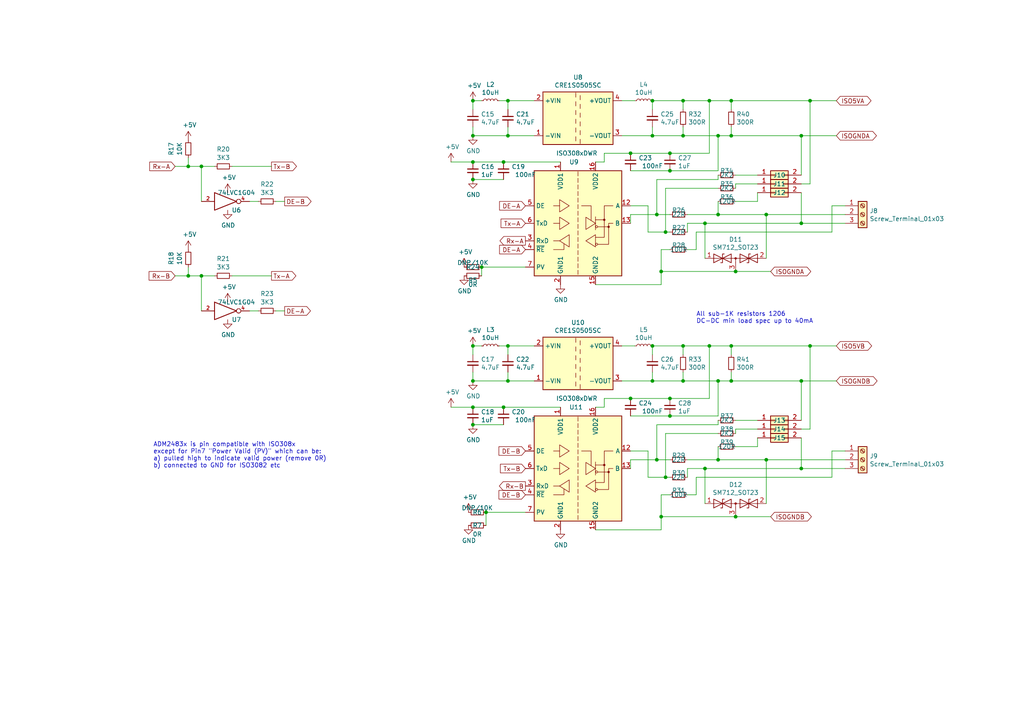
<source format=kicad_sch>
(kicad_sch (version 20211123) (generator eeschema)
  (paper "A4")
  (lib_symbols
    (symbol "74xGxx:74LVC1G04" (pin_names (offset 1.016))
      (property "Reference" "U" (at -2.54 3.81 0))
      (property "Value" "74LVC1G04" (at 0 -3.81 0))
      (symbol "74LVC1G04_0_1"
        (polyline (pts (xy -3.81 2.54) (xy -3.81 -2.54) (xy 2.54 0) (xy -3.81 2.54)) (stroke (width 0.254)))
      )
      (symbol "74LVC1G04_1_1"
        (pin input line (at -7.62 0 0) (length 3.81) (name "~") (number "2"))
        (pin power_in line (at 0 -2.54 270) (length 0) hide (name "GND") (number "3"))
        (pin output inverted (at 6.35 0 180) (length 3.81) (name "~") (number "4"))
        (pin power_in line (at 0 2.54 90) (length 0) hide (name "VCC") (number "5"))
      )
    )
    (symbol "Connector:Screw_Terminal_01x03" (pin_names (offset 1.016) hide)
      (property "Reference" "J" (at 0 5.08 0))
      (property "Value" "Screw_Terminal_01x03" (at 0 -5.08 0))
      (symbol "Screw_Terminal_01x03_1_1"
        (rectangle (start -1.27 3.81) (end 1.27 -3.81) (stroke (width 0.254)) (fill (type background)))
        (circle (center 0 -2.54) (radius 0.635) (stroke (width 0.1524)))
        (polyline (pts (xy -0.5334 -2.2098) (xy 0.3302 -3.048)) (stroke (width 0.1524)))
        (polyline (pts (xy -0.5334 0.3302) (xy 0.3302 -0.508)) (stroke (width 0.1524)))
        (polyline (pts (xy -0.5334 2.8702) (xy 0.3302 2.032)) (stroke (width 0.1524)))
        (polyline (pts (xy -0.3556 -2.032) (xy 0.508 -2.8702)) (stroke (width 0.1524)))
        (polyline (pts (xy -0.3556 0.508) (xy 0.508 -0.3302)) (stroke (width 0.1524)))
        (polyline (pts (xy -0.3556 3.048) (xy 0.508 2.2098)) (stroke (width 0.1524)))
        (circle (center 0 0) (radius 0.635) (stroke (width 0.1524)))
        (circle (center 0 2.54) (radius 0.635) (stroke (width 0.1524)))
        (pin passive line (at -5.08 2.54 0) (length 3.81) (name "Pin_1") (number "1"))
        (pin passive line (at -5.08 0 0) (length 3.81) (name "Pin_2") (number "2"))
        (pin passive line (at -5.08 -2.54 0) (length 3.81) (name "Pin_3") (number "3"))
      )
    )
    (symbol "Connector_Generic:Conn_02x01" (pin_names (offset 1.016) hide)
      (property "Reference" "J" (at 1.27 2.54 0))
      (property "Value" "Conn_02x01" (at 1.27 -2.54 0))
      (symbol "Conn_02x01_1_1"
        (rectangle (start -1.27 0.127) (end 0 -0.127) (stroke (width 0.1524)))
        (rectangle (start -1.27 1.27) (end 3.81 -1.27) (stroke (width 0.254)) (fill (type background)))
        (rectangle (start 3.81 0.127) (end 2.54 -0.127) (stroke (width 0.1524)))
        (pin passive line (at -5.08 0 0) (length 3.81) (name "Pin_1") (number "1"))
        (pin passive line (at 7.62 0 180) (length 3.81) (name "Pin_2") (number "2"))
      )
    )
    (symbol "Device:C_Small" (pin_numbers hide) (pin_names (offset 0.254) hide)
      (property "Reference" "C" (at 0.254 1.778 0))
      (property "Value" "C_Small" (at 0.254 -2.032 0))
      (symbol "C_Small_0_1"
        (polyline (pts (xy -1.524 -0.508) (xy 1.524 -0.508)) (stroke (width 0.3302)))
        (polyline (pts (xy -1.524 0.508) (xy 1.524 0.508)) (stroke (width 0.3048)))
      )
      (symbol "C_Small_1_1"
        (pin passive line (at 0 2.54 270) (length 2.032) (name "~") (number "1"))
        (pin passive line (at 0 -2.54 90) (length 2.032) (name "~") (number "2"))
      )
    )
    (symbol "Device:L_Small" (pin_numbers hide) (pin_names (offset 0.254) hide)
      (property "Reference" "L" (at 0.762 1.016 0))
      (property "Value" "L_Small" (at 0.762 -1.016 0))
      (symbol "L_Small_0_1"
        (arc (start 0 -2.032) (mid 0.508 -1.524) (end 0 -1.016))
        (arc (start 0 -1.016) (mid 0.508 -0.508) (end 0 0))
        (arc (start 0 0) (mid 0.508 0.508) (end 0 1.016))
        (arc (start 0 1.016) (mid 0.508 1.524) (end 0 2.032))
      )
      (symbol "L_Small_1_1"
        (pin passive line (at 0 2.54 270) (length 0.508) (name "~") (number "1"))
        (pin passive line (at 0 -2.54 90) (length 0.508) (name "~") (number "2"))
      )
    )
    (symbol "Device:R_Small" (pin_numbers hide) (pin_names (offset 0.254) hide)
      (property "Reference" "R" (at 0.762 0.508 0))
      (property "Value" "R_Small" (at 0.762 -1.016 0))
      (symbol "R_Small_0_1"
        (rectangle (start -0.762 1.778) (end 0.762 -1.778) (stroke (width 0.2032)))
      )
      (symbol "R_Small_1_1"
        (pin passive line (at 0 2.54 270) (length 0.762) (name "~") (number "1"))
        (pin passive line (at 0 -2.54 90) (length 0.762) (name "~") (number "2"))
      )
    )
    (symbol "Diode:SM712_SOT23" (pin_names (offset 1.016) hide)
      (property "Reference" "D" (at 0 4.445 0))
      (property "Value" "SM712_SOT23" (at 0 2.54 0))
      (symbol "SM712_SOT23_0_0"
        (polyline (pts (xy 0 -1.27) (xy 0 0)))
      )
      (symbol "SM712_SOT23_0_1"
        (polyline (pts (xy -6.35 0) (xy 6.35 0)))
        (polyline (pts (xy -3.302 1.27) (xy -3.81 1.27) (xy -3.81 -1.27) (xy -4.318 -1.27)) (stroke (width 0.2032)))
        (polyline (pts (xy 4.318 1.27) (xy 3.81 1.27) (xy 3.81 -1.27) (xy 3.302 -1.27)) (stroke (width 0.2032)))
        (polyline (pts (xy -6.35 -1.27) (xy -1.27 1.27) (xy -1.27 -1.27) (xy -6.35 1.27) (xy -6.35 -1.27)) (stroke (width 0.2032)))
        (polyline (pts (xy 1.27 -1.27) (xy 1.27 1.27) (xy 6.35 -1.27) (xy 6.35 1.27) (xy 1.27 -1.27)) (stroke (width 0.2032)))
        (circle (center 0 0) (radius 0.254) (fill (type outline)))
      )
      (symbol "SM712_SOT23_1_1"
        (pin passive line (at -8.89 0 0) (length 2.54) (name "A1") (number "1"))
        (pin passive line (at 8.89 0 180) (length 2.54) (name "A2") (number "2"))
        (pin input line (at 0 -3.81 90) (length 2.54) (name "common") (number "3"))
      )
    )
    (symbol "Interface_UART:ADM2483xRW"
      (property "Reference" "U" (at -12.7 16.51 0))
      (property "Value" "ADM2483xRW" (at 6.35 16.51 0))
      (symbol "ADM2483xRW_0_0"
        (polyline (pts (xy 0 -13.589) (xy 0 -14.859)))
        (polyline (pts (xy 0 -11.684) (xy 0 -12.954)))
        (polyline (pts (xy 0 -9.779) (xy 0 -11.049)))
        (polyline (pts (xy 0 -7.874) (xy 0 -9.144)))
        (polyline (pts (xy 0 -5.969) (xy 0 -7.239)))
        (polyline (pts (xy 0 -4.064) (xy 0 -5.334)))
        (polyline (pts (xy 0 -2.159) (xy 0 -3.429)))
        (polyline (pts (xy 0 -0.254) (xy 0 -1.524)))
        (polyline (pts (xy 0 1.651) (xy 0 0.381)))
        (polyline (pts (xy 0 3.556) (xy 0 2.286)))
        (polyline (pts (xy 0 5.461) (xy 0 4.191)))
        (polyline (pts (xy 0 7.366) (xy 0 6.096)))
        (polyline (pts (xy 0 9.271) (xy 0 8.001)))
        (polyline (pts (xy 0 11.176) (xy 0 9.906)))
        (polyline (pts (xy 0 13.081) (xy 0 11.811)))
        (polyline (pts (xy 0 14.986) (xy 0 13.716)))
      )
      (symbol "ADM2483xRW_0_1"
        (rectangle (start -12.7 15.24) (end 12.7 -15.24) (stroke (width 0.254)) (fill (type background)))
        (polyline (pts (xy -5.334 -5.08) (xy -7.112 -5.08)))
        (polyline (pts (xy -5.334 0) (xy -7.112 0)))
        (polyline (pts (xy -5.334 5.08) (xy -7.112 5.08)))
        (polyline (pts (xy 5.08 1.016) (xy 7.62 1.016)))
        (polyline (pts (xy 5.08 1.905) (xy 5.08 -1.905)))
        (polyline (pts (xy 5.715 -1.016) (xy 8.89 -1.016)))
        (polyline (pts (xy -7.112 -7.62) (xy -4.064 -7.62) (xy -4.064 -5.969)))
        (polyline (pts (xy 1.016 5.08) (xy 3.81 5.08) (xy 3.81 0.889)))
        (polyline (pts (xy -5.334 -5.08) (xy -2.54 -3.302) (xy -2.54 -6.858) (xy -5.334 -5.08)))
        (polyline (pts (xy -2.54 0) (xy -5.334 1.778) (xy -5.334 -1.778) (xy -2.54 0)))
        (polyline (pts (xy -2.54 5.08) (xy -5.334 6.858) (xy -5.334 3.302) (xy -2.54 5.08)))
        (polyline (pts (xy 2.286 -5.08) (xy 5.08 -3.302) (xy 5.08 -6.858) (xy 2.286 -5.08)))
        (polyline (pts (xy 5.08 -4.064) (xy 7.62 -4.064) (xy 7.62 5.08) (xy 10.16 5.08)))
        (polyline (pts (xy 5.08 0) (xy 2.286 1.778) (xy 2.286 -1.778) (xy 5.08 0)))
        (polyline (pts (xy 5.715 -6.096) (xy 8.89 -6.096) (xy 8.89 0) (xy 10.16 0)))
        (circle (center 5.3848 -6.0706) (radius 0.3048))
        (circle (center 5.3848 -0.9906) (radius 0.3048))
        (circle (center 7.62 1.016) (radius 0.254) (fill (type outline)))
        (circle (center 8.89 -1.016) (radius 0.254) (fill (type outline)))
      )
      (symbol "ADM2483xRW_1_1"
        (pin power_in line (at -5.08 17.78 270) (length 2.54) (name "VDD1") (number "1"))
        (pin no_connect line (at 7.62 -15.24 90) (length 2.54) hide (name "NC") (number "10"))
        (pin no_connect line (at 12.7 -7.62 180) (length 2.54) hide (name "NC") (number "11"))
        (pin bidirectional line (at 15.24 5.08 180) (length 2.54) (name "A") (number "12"))
        (pin bidirectional line (at 15.24 0 180) (length 2.54) (name "B") (number "13"))
        (pin no_connect line (at 12.7 7.62 180) (length 2.54) hide (name "NC") (number "14"))
        (pin power_in line (at 5.08 -17.78 90) (length 2.54) (name "GND2") (number "15"))
        (pin power_in line (at 5.08 17.78 270) (length 2.54) (name "VDD2") (number "16"))
        (pin power_in line (at -5.08 -17.78 90) (length 2.54) (name "GND1") (number "2"))
        (pin output line (at -15.24 -5.08 0) (length 2.54) (name "RxD") (number "3"))
        (pin input line (at -15.24 -7.62 0) (length 2.54) (name "~{RE}") (number "4"))
        (pin input line (at -15.24 5.08 0) (length 2.54) (name "DE") (number "5"))
        (pin input line (at -15.24 0 0) (length 2.54) (name "TxD") (number "6"))
        (pin input line (at -15.24 -12.7 0) (length 2.54) (name "PV") (number "7"))
        (pin passive line (at -5.08 -17.78 90) (length 2.54) hide (name "GND1") (number "8"))
        (pin passive line (at 5.08 -17.78 90) (length 2.54) hide (name "GND2") (number "9"))
      )
    )
    (symbol "Regulator_Switching:CRE1S0505SC"
      (property "Reference" "U" (at -8.89 8.89 0))
      (property "Value" "CRE1S0505SC" (at 2.54 8.89 0))
      (symbol "CRE1S0505SC_0_1"
        (rectangle (start -10.16 7.62) (end 10.16 -7.62) (stroke (width 0.254)) (fill (type background)))
        (polyline (pts (xy -0.635 -5.334) (xy -0.635 -6.604)))
        (polyline (pts (xy -0.635 -2.794) (xy -0.635 -4.064)))
        (polyline (pts (xy -0.635 -0.254) (xy -0.635 -1.524)))
        (polyline (pts (xy -0.635 2.286) (xy -0.635 1.016)))
        (polyline (pts (xy -0.635 4.826) (xy -0.635 3.556)))
        (polyline (pts (xy -0.635 7.366) (xy -0.635 6.096)))
        (polyline (pts (xy 0.635 -7.366) (xy 0.635 -6.096)))
        (polyline (pts (xy 0.635 -4.826) (xy 0.635 -3.556)))
        (polyline (pts (xy 0.635 -2.286) (xy 0.635 -1.016)))
        (polyline (pts (xy 0.635 0.254) (xy 0.635 1.524)))
        (polyline (pts (xy 0.635 2.794) (xy 0.635 4.064)))
        (polyline (pts (xy 0.635 5.334) (xy 0.635 6.604)))
      )
      (symbol "CRE1S0505SC_1_1"
        (pin power_in line (at -12.7 -5.08 0) (length 2.54) (name "-VIN") (number "1"))
        (pin power_in line (at -12.7 5.08 0) (length 2.54) (name "+VIN") (number "2"))
        (pin power_out line (at 12.7 -5.08 180) (length 2.54) (name "-VOUT") (number "3"))
        (pin power_out line (at 12.7 5.08 180) (length 2.54) (name "+VOUT") (number "4"))
      )
    )
    (symbol "power:+5V" (power) (pin_names (offset 0))
      (property "Value" "+5V" (at 0 3.556 0))
      (symbol "+5V_0_1"
        (polyline (pts (xy -0.762 1.27) (xy 0 2.54)))
        (polyline (pts (xy 0 0) (xy 0 2.54)))
        (polyline (pts (xy 0 2.54) (xy 0.762 1.27)))
      )
      (symbol "+5V_1_1"
        (pin power_in line (at 0 0 90) (length 0) hide (name "+5V") (number "1"))
      )
    )
    (symbol "power:GND" (power) (pin_names (offset 0))
      (property "Value" "GND" (at 0 -3.81 0))
      (symbol "GND_0_1"
        (polyline (pts (xy 0 0) (xy 0 -1.27) (xy 1.27 -1.27) (xy 0 -2.54) (xy -1.27 -1.27) (xy 0 -1.27)))
      )
      (symbol "GND_1_1"
        (pin power_in line (at 0 0 270) (length 0) hide (name "GND") (number "1"))
      )
    )
  )
  (junction (at 190.5 133.35))
  (junction (at 232.41 64.77))
  (junction (at 147.32 29.21))
  (junction (at 208.28 62.23))
  (junction (at 194.31 44.45))
  (junction (at 189.23 39.37))
  (junction (at 137.16 110.49))
  (junction (at 190.5 62.23))
  (junction (at 194.31 120.65))
  (junction (at 139.7 77.47))
  (junction (at 54.61 48.26))
  (junction (at 198.12 39.37))
  (junction (at 58.42 48.26))
  (junction (at 212.09 110.49))
  (junction (at 58.42 80.01))
  (junction (at 213.36 78.74))
  (junction (at 198.12 110.49))
  (junction (at 182.88 44.45))
  (junction (at 212.09 100.33))
  (junction (at 137.16 100.33))
  (junction (at 137.16 39.37))
  (junction (at 232.41 110.49))
  (junction (at 193.04 67.31))
  (junction (at 182.88 115.57))
  (junction (at 232.41 39.37))
  (junction (at 213.36 149.86))
  (junction (at 54.61 80.01))
  (junction (at 232.41 135.89))
  (junction (at 208.28 110.49))
  (junction (at 137.16 118.11))
  (junction (at 194.31 49.53))
  (junction (at 212.09 29.21))
  (junction (at 208.28 39.37))
  (junction (at 189.23 29.21))
  (junction (at 204.47 64.77))
  (junction (at 140.97 148.59))
  (junction (at 146.05 46.99))
  (junction (at 222.25 133.35))
  (junction (at 193.04 138.43))
  (junction (at 189.23 110.49))
  (junction (at 137.16 46.99))
  (junction (at 147.32 110.49))
  (junction (at 191.77 149.86))
  (junction (at 198.12 100.33))
  (junction (at 208.28 133.35))
  (junction (at 205.74 100.33))
  (junction (at 147.32 100.33))
  (junction (at 146.05 118.11))
  (junction (at 198.12 29.21))
  (junction (at 212.09 39.37))
  (junction (at 205.74 29.21))
  (junction (at 189.23 100.33))
  (junction (at 137.16 123.19))
  (junction (at 191.77 78.74))
  (junction (at 222.25 62.23))
  (junction (at 194.31 115.57))
  (junction (at 234.95 100.33))
  (junction (at 147.32 39.37))
  (junction (at 204.47 135.89))
  (junction (at 137.16 52.07))
  (junction (at 137.16 29.21))
  (junction (at 234.95 29.21))
  (wire (pts (xy 80.01 58.42) (xy 82.55 58.42)))
  (wire (pts (xy 241.3 138.43) (xy 241.3 130.81)))
  (wire (pts (xy 189.23 107.95) (xy 189.23 110.49)))
  (wire (pts (xy 201.93 72.39) (xy 201.93 67.31)))
  (wire (pts (xy 219.71 129.54) (xy 219.71 127)))
  (wire (pts (xy 191.77 143.51) (xy 191.77 149.86)))
  (wire (pts (xy 232.41 50.8) (xy 232.41 39.37)))
  (wire (pts (xy 212.09 31.75) (xy 212.09 29.21)))
  (wire (pts (xy 187.96 130.81) (xy 187.96 138.43)))
  (wire (pts (xy 190.5 52.07) (xy 190.5 62.23)))
  (wire (pts (xy 189.23 102.87) (xy 189.23 100.33)))
  (wire (pts (xy 234.95 29.21) (xy 242.57 29.21)))
  (wire (pts (xy 222.25 146.05) (xy 222.25 133.35)))
  (wire (pts (xy 182.88 44.45) (xy 194.31 44.45)))
  (wire (pts (xy 190.5 62.23) (xy 194.31 62.23)))
  (wire (pts (xy 140.97 148.59) (xy 152.4 148.59)))
  (wire (pts (xy 193.04 67.31) (xy 194.31 67.31)))
  (wire (pts (xy 67.31 80.01) (xy 78.74 80.01)))
  (wire (pts (xy 201.93 138.43) (xy 241.3 138.43)))
  (wire (pts (xy 208.28 125.73) (xy 193.04 125.73)))
  (wire (pts (xy 199.39 62.23) (xy 208.28 62.23)))
  (wire (pts (xy 212.09 100.33) (xy 234.95 100.33)))
  (wire (pts (xy 50.8 48.26) (xy 54.61 48.26)))
  (wire (pts (xy 193.04 138.43) (xy 194.31 138.43)))
  (wire (pts (xy 204.47 135.89) (xy 232.41 135.89)))
  (wire (pts (xy 213.36 58.42) (xy 219.71 58.42)))
  (wire (pts (xy 208.28 52.07) (xy 190.5 52.07)))
  (wire (pts (xy 137.16 52.07) (xy 146.05 52.07)))
  (wire (pts (xy 58.42 48.26) (xy 62.23 48.26)))
  (wire (pts (xy 234.95 29.21) (xy 234.95 53.34)))
  (wire (pts (xy 232.41 64.77) (xy 245.11 64.77)))
  (wire (pts (xy 154.94 110.49) (xy 147.32 110.49)))
  (wire (pts (xy 212.09 29.21) (xy 234.95 29.21)))
  (wire (pts (xy 147.32 36.83) (xy 147.32 39.37)))
  (wire (pts (xy 232.41 121.92) (xy 232.41 110.49)))
  (wire (pts (xy 146.05 46.99) (xy 162.56 46.99)))
  (wire (pts (xy 199.39 67.31) (xy 199.39 64.77)))
  (wire (pts (xy 172.72 82.55) (xy 191.77 82.55)))
  (wire (pts (xy 201.93 67.31) (xy 241.3 67.31)))
  (wire (pts (xy 137.16 100.33) (xy 139.7 100.33)))
  (wire (pts (xy 137.16 102.87) (xy 137.16 100.33)))
  (wire (pts (xy 208.28 49.53) (xy 208.28 39.37)))
  (wire (pts (xy 205.74 100.33) (xy 212.09 100.33)))
  (wire (pts (xy 154.94 100.33) (xy 147.32 100.33)))
  (wire (pts (xy 212.09 110.49) (xy 232.41 110.49)))
  (wire (pts (xy 198.12 31.75) (xy 198.12 29.21)))
  (wire (pts (xy 182.88 62.23) (xy 182.88 64.77)))
  (wire (pts (xy 234.95 124.46) (xy 234.95 100.33)))
  (wire (pts (xy 213.36 124.46) (xy 219.71 124.46)))
  (wire (pts (xy 213.36 121.92) (xy 219.71 121.92)))
  (wire (pts (xy 208.28 54.61) (xy 193.04 54.61)))
  (wire (pts (xy 189.23 36.83) (xy 189.23 39.37)))
  (wire (pts (xy 241.3 67.31) (xy 241.3 59.69)))
  (wire (pts (xy 191.77 72.39) (xy 191.77 78.74)))
  (wire (pts (xy 172.72 153.67) (xy 191.77 153.67)))
  (wire (pts (xy 137.16 31.75) (xy 137.16 29.21)))
  (wire (pts (xy 180.34 29.21) (xy 184.15 29.21)))
  (wire (pts (xy 72.39 90.17) (xy 74.93 90.17)))
  (wire (pts (xy 232.41 55.88) (xy 232.41 64.77)))
  (wire (pts (xy 182.88 133.35) (xy 182.88 135.89)))
  (wire (pts (xy 182.88 62.23) (xy 190.5 62.23)))
  (wire (pts (xy 208.28 58.42) (xy 208.28 62.23)))
  (wire (pts (xy 189.23 100.33) (xy 198.12 100.33)))
  (wire (pts (xy 67.31 48.26) (xy 78.74 48.26)))
  (wire (pts (xy 189.23 110.49) (xy 198.12 110.49)))
  (wire (pts (xy 54.61 80.01) (xy 58.42 80.01)))
  (wire (pts (xy 232.41 53.34) (xy 234.95 53.34)))
  (wire (pts (xy 147.32 100.33) (xy 144.78 100.33)))
  (wire (pts (xy 208.28 133.35) (xy 222.25 133.35)))
  (wire (pts (xy 232.41 127) (xy 232.41 135.89)))
  (wire (pts (xy 80.01 90.17) (xy 82.55 90.17)))
  (wire (pts (xy 191.77 149.86) (xy 191.77 153.67)))
  (wire (pts (xy 198.12 29.21) (xy 205.74 29.21)))
  (wire (pts (xy 187.96 67.31) (xy 193.04 67.31)))
  (wire (pts (xy 140.97 148.59) (xy 140.97 152.4)))
  (wire (pts (xy 190.5 133.35) (xy 194.31 133.35)))
  (wire (pts (xy 180.34 110.49) (xy 189.23 110.49)))
  (wire (pts (xy 137.16 46.99) (xy 130.81 46.99)))
  (wire (pts (xy 198.12 107.95) (xy 198.12 110.49)))
  (wire (pts (xy 146.05 118.11) (xy 162.56 118.11)))
  (wire (pts (xy 137.16 118.11) (xy 146.05 118.11)))
  (wire (pts (xy 175.26 118.11) (xy 175.26 115.57)))
  (wire (pts (xy 172.72 118.11) (xy 175.26 118.11)))
  (wire (pts (xy 223.52 149.86) (xy 213.36 149.86)))
  (wire (pts (xy 147.32 107.95) (xy 147.32 110.49)))
  (wire (pts (xy 154.94 29.21) (xy 147.32 29.21)))
  (wire (pts (xy 199.39 64.77) (xy 204.47 64.77)))
  (wire (pts (xy 189.23 29.21) (xy 198.12 29.21)))
  (wire (pts (xy 189.23 39.37) (xy 198.12 39.37)))
  (wire (pts (xy 137.16 46.99) (xy 146.05 46.99)))
  (wire (pts (xy 204.47 146.05) (xy 204.47 135.89)))
  (wire (pts (xy 191.77 149.86) (xy 213.36 149.86)))
  (wire (pts (xy 137.16 110.49) (xy 137.16 107.95)))
  (wire (pts (xy 213.36 54.61) (xy 213.36 53.34)))
  (wire (pts (xy 137.16 123.19) (xy 146.05 123.19)))
  (wire (pts (xy 147.32 31.75) (xy 147.32 29.21)))
  (wire (pts (xy 147.32 102.87) (xy 147.32 100.33)))
  (wire (pts (xy 205.74 115.57) (xy 205.74 100.33)))
  (wire (pts (xy 175.26 44.45) (xy 182.88 44.45)))
  (wire (pts (xy 175.26 46.99) (xy 175.26 44.45)))
  (wire (pts (xy 190.5 123.19) (xy 190.5 133.35)))
  (wire (pts (xy 199.39 143.51) (xy 201.93 143.51)))
  (wire (pts (xy 137.16 118.11) (xy 130.81 118.11)))
  (wire (pts (xy 193.04 125.73) (xy 193.04 138.43)))
  (wire (pts (xy 234.95 100.33) (xy 242.57 100.33)))
  (wire (pts (xy 208.28 39.37) (xy 212.09 39.37)))
  (wire (pts (xy 54.61 48.26) (xy 58.42 48.26)))
  (wire (pts (xy 201.93 143.51) (xy 201.93 138.43)))
  (wire (pts (xy 205.74 44.45) (xy 205.74 29.21)))
  (wire (pts (xy 147.32 110.49) (xy 137.16 110.49)))
  (wire (pts (xy 180.34 39.37) (xy 189.23 39.37)))
  (wire (pts (xy 199.39 135.89) (xy 204.47 135.89)))
  (wire (pts (xy 191.77 78.74) (xy 213.36 78.74)))
  (wire (pts (xy 198.12 110.49) (xy 208.28 110.49)))
  (wire (pts (xy 182.88 115.57) (xy 194.31 115.57)))
  (wire (pts (xy 232.41 110.49) (xy 242.57 110.49)))
  (wire (pts (xy 182.88 120.65) (xy 194.31 120.65)))
  (wire (pts (xy 232.41 124.46) (xy 234.95 124.46)))
  (wire (pts (xy 175.26 115.57) (xy 182.88 115.57)))
  (wire (pts (xy 187.96 138.43) (xy 193.04 138.43)))
  (wire (pts (xy 54.61 45.72) (xy 54.61 48.26)))
  (wire (pts (xy 194.31 120.65) (xy 208.28 120.65)))
  (wire (pts (xy 223.52 78.74) (xy 213.36 78.74)))
  (wire (pts (xy 241.3 59.69) (xy 245.11 59.69)))
  (wire (pts (xy 180.34 100.33) (xy 184.15 100.33)))
  (wire (pts (xy 208.28 129.54) (xy 208.28 133.35)))
  (wire (pts (xy 198.12 36.83) (xy 198.12 39.37)))
  (wire (pts (xy 198.12 100.33) (xy 205.74 100.33)))
  (wire (pts (xy 241.3 130.81) (xy 245.11 130.81)))
  (wire (pts (xy 232.41 39.37) (xy 242.57 39.37)))
  (wire (pts (xy 208.28 50.8) (xy 208.28 52.07)))
  (wire (pts (xy 222.25 74.93) (xy 222.25 62.23)))
  (wire (pts (xy 154.94 39.37) (xy 147.32 39.37)))
  (wire (pts (xy 191.77 78.74) (xy 191.77 82.55)))
  (wire (pts (xy 187.96 59.69) (xy 187.96 67.31)))
  (wire (pts (xy 232.41 135.89) (xy 245.11 135.89)))
  (wire (pts (xy 213.36 125.73) (xy 213.36 124.46)))
  (wire (pts (xy 208.28 123.19) (xy 190.5 123.19)))
  (wire (pts (xy 182.88 130.81) (xy 187.96 130.81)))
  (wire (pts (xy 212.09 107.95) (xy 212.09 110.49)))
  (wire (pts (xy 137.16 29.21) (xy 139.7 29.21)))
  (wire (pts (xy 199.39 133.35) (xy 208.28 133.35)))
  (wire (pts (xy 208.28 121.92) (xy 208.28 123.19)))
  (wire (pts (xy 194.31 44.45) (xy 205.74 44.45)))
  (wire (pts (xy 204.47 64.77) (xy 232.41 64.77)))
  (wire (pts (xy 199.39 72.39) (xy 201.93 72.39)))
  (wire (pts (xy 147.32 39.37) (xy 137.16 39.37)))
  (wire (pts (xy 194.31 143.51) (xy 191.77 143.51)))
  (wire (pts (xy 198.12 39.37) (xy 208.28 39.37)))
  (wire (pts (xy 194.31 49.53) (xy 208.28 49.53)))
  (wire (pts (xy 213.36 129.54) (xy 219.71 129.54)))
  (wire (pts (xy 182.88 49.53) (xy 194.31 49.53)))
  (wire (pts (xy 212.09 102.87) (xy 212.09 100.33)))
  (wire (pts (xy 182.88 133.35) (xy 190.5 133.35)))
  (wire (pts (xy 58.42 58.42) (xy 58.42 48.26)))
  (wire (pts (xy 194.31 72.39) (xy 191.77 72.39)))
  (wire (pts (xy 219.71 58.42) (xy 219.71 55.88)))
  (wire (pts (xy 204.47 74.93) (xy 204.47 64.77)))
  (wire (pts (xy 213.36 50.8) (xy 219.71 50.8)))
  (wire (pts (xy 208.28 120.65) (xy 208.28 110.49)))
  (wire (pts (xy 208.28 62.23) (xy 222.25 62.23)))
  (wire (pts (xy 213.36 53.34) (xy 219.71 53.34)))
  (wire (pts (xy 72.39 58.42) (xy 74.93 58.42)))
  (wire (pts (xy 189.23 31.75) (xy 189.23 29.21)))
  (wire (pts (xy 205.74 29.21) (xy 212.09 29.21)))
  (wire (pts (xy 212.09 39.37) (xy 232.41 39.37)))
  (wire (pts (xy 147.32 29.21) (xy 144.78 29.21)))
  (wire (pts (xy 182.88 59.69) (xy 187.96 59.69)))
  (wire (pts (xy 58.42 90.17) (xy 58.42 80.01)))
  (wire (pts (xy 54.61 77.47) (xy 54.61 80.01)))
  (wire (pts (xy 137.16 39.37) (xy 137.16 36.83)))
  (wire (pts (xy 50.8 80.01) (xy 54.61 80.01)))
  (wire (pts (xy 222.25 133.35) (xy 245.11 133.35)))
  (wire (pts (xy 139.7 77.47) (xy 152.4 77.47)))
  (wire (pts (xy 193.04 54.61) (xy 193.04 67.31)))
  (wire (pts (xy 172.72 46.99) (xy 175.26 46.99)))
  (wire (pts (xy 208.28 110.49) (xy 212.09 110.49)))
  (wire (pts (xy 58.42 80.01) (xy 62.23 80.01)))
  (wire (pts (xy 212.09 36.83) (xy 212.09 39.37)))
  (wire (pts (xy 199.39 138.43) (xy 199.39 135.89)))
  (wire (pts (xy 194.31 115.57) (xy 205.74 115.57)))
  (wire (pts (xy 198.12 102.87) (xy 198.12 100.33)))
  (wire (pts (xy 222.25 62.23) (xy 245.11 62.23)))
  (wire (pts (xy 139.7 77.47) (xy 139.7 80.01)))
  (text "ADM2483x is pin compatible with ISO308x \nexcept for Pin7 \"Power Valid (PV)\" which can be:\na) pulled high to indicate valid power (remove 0R)\nb) connected to GND for ISO3082 etc" (at 44.45 135.89 0) (effects (font (size 1.27 1.27)) (justify left bottom)))
  (text "All sub-1K resistors 1206\nDC-DC min load spec up to 40mA\n" (at 201.93 93.98 0) (effects (font (size 1.27 1.27)) (justify left bottom)))
  (global_label "Rx-A" (shape output) (at 152.4 69.85 180) (property "Intersheet References" "${INTERSHEET_REFS}" (effects hide)))
  (global_label "ISOGNDA" (shape bidirectional) (at 242.57 39.37 0) (property "Intersheet References" "${INTERSHEET_REFS}" (effects hide)))
  (global_label "DE-A" (shape input) (at 152.4 72.39 180) (property "Intersheet References" "${INTERSHEET_REFS}" (effects hide)))
  (global_label "ISOGNDB" (shape bidirectional) (at 242.57 110.49 0) (property "Intersheet References" "${INTERSHEET_REFS}" (effects hide)))
  (global_label "ISO5VB" (shape bidirectional) (at 242.57 100.33 0) (property "Intersheet References" "${INTERSHEET_REFS}" (effects hide)))
  (global_label "Tx-A" (shape output) (at 78.74 80.01 0) (property "Intersheet References" "${INTERSHEET_REFS}" (effects hide)))
  (global_label "ISO5VA" (shape bidirectional) (at 242.57 29.21 0) (property "Intersheet References" "${INTERSHEET_REFS}" (effects hide)))
  (global_label "DE-B" (shape input) (at 152.4 143.51 180) (property "Intersheet References" "${INTERSHEET_REFS}" (effects hide)))
  (global_label "Rx-A" (shape input) (at 50.8 48.26 180) (property "Intersheet References" "${INTERSHEET_REFS}" (effects hide)))
  (global_label "Tx-A" (shape input) (at 152.4 64.77 180) (property "Intersheet References" "${INTERSHEET_REFS}" (effects hide)))
  (global_label "Tx-B" (shape output) (at 78.74 48.26 0) (property "Intersheet References" "${INTERSHEET_REFS}" (effects hide)))
  (global_label "DE-A" (shape input) (at 152.4 59.69 180) (property "Intersheet References" "${INTERSHEET_REFS}" (effects hide)))
  (global_label "Rx-B" (shape output) (at 152.4 140.97 180) (property "Intersheet References" "${INTERSHEET_REFS}" (effects hide)))
  (global_label "DE-A" (shape output) (at 82.55 90.17 0) (property "Intersheet References" "${INTERSHEET_REFS}" (effects hide)))
  (global_label "Tx-B" (shape input) (at 152.4 135.89 180) (property "Intersheet References" "${INTERSHEET_REFS}" (effects hide)))
  (global_label "DE-B" (shape input) (at 152.4 130.81 180) (property "Intersheet References" "${INTERSHEET_REFS}" (effects hide)))
  (global_label "DE-B" (shape output) (at 82.55 58.42 0) (property "Intersheet References" "${INTERSHEET_REFS}" (effects hide)))
  (global_label "ISOGNDA" (shape bidirectional) (at 223.52 78.74 0) (property "Intersheet References" "${INTERSHEET_REFS}" (effects hide)))
  (global_label "Rx-B" (shape input) (at 50.8 80.01 180) (property "Intersheet References" "${INTERSHEET_REFS}" (effects hide)))
  (global_label "ISOGNDB" (shape bidirectional) (at 223.52 149.86 0) (property "Intersheet References" "${INTERSHEET_REFS}" (effects hide)))
  (symbol (lib_id "Diode:SM712_SOT23") (at 213.36 146.05 0) (unit 1)
    (property "Reference" "D12" (at 213.36 140.5636 0))
    (property "Value" "SM712_SOT23" (at 213.36 142.875 0))
    (property "Footprint" "Package_TO_SOT_SMD:SOT-23" (effects hide))
    (property "Datasheet" "https://www.littelfuse.com/~/media/electronics/datasheets/tvs_diode_arrays/littelfuse_tvs_diode_array_sm712_datasheet.pdf.pdf" (effects hide))
    (property "JLC" "C32677" (effects hide))
    (property "JLCRot" "180" (effects hide))
    (property "LCSC" "C32677" (effects hide))
  )
  (symbol (lib_id "Regulator_Switching:CRE1S0505SC") (at 167.64 105.41 0) (unit 1)
    (property "Reference" "U10" (at 167.64 93.5482 0))
    (property "Value" "CRE1S0505SC" (at 167.64 95.8596 0))
    (property "Footprint" "Converter_DCDC:Converter_DCDC_muRata_CRE1xxxxxxSC_THT" (effects hide))
    (property "Datasheet" "http://power.murata.com/datasheet?/data/power/ncl/kdc_cre1.pdf" (effects hide))
  )
  (symbol (lib_id "Device:C_Small") (at 137.16 105.41 0) (unit 1)
    (property "Reference" "C17" (at 139.4968 104.2416 0) (effects (justify left)))
    (property "Value" "4.7uF" (at 139.4968 106.553 0) (effects (justify left)))
    (property "Footprint" "Capacitor_SMD:C_1206_3216Metric" (effects hide))
    (property "JLC" "C29823" (effects hide))
    (property "LCSC" "C29823" (effects hide))
  )
  (symbol (lib_id "Device:L_Small") (at 142.24 100.33 90) (unit 1)
    (property "Reference" "L3" (at 142.24 95.631 90))
    (property "Value" "10uH" (at 142.24 97.9424 90))
    (property "Footprint" "Inductor_SMD:L_0805_2012Metric" (effects hide))
    (property "JLC" "C1046" (effects hide))
    (property "LCSC" "C1046" (effects hide))
  )
  (symbol (lib_id "Device:C_Small") (at 147.32 105.41 0) (unit 1)
    (property "Reference" "C22" (at 149.6568 104.2416 0) (effects (justify left)))
    (property "Value" "4.7uF" (at 149.6568 106.553 0) (effects (justify left)))
    (property "Footprint" "Capacitor_SMD:C_1206_3216Metric" (effects hide))
    (property "JLC" "C29823" (effects hide))
    (property "LCSC" "C29823" (effects hide))
  )
  (symbol (lib_id "Device:C_Small") (at 189.23 105.41 0) (unit 1)
    (property "Reference" "C26" (at 191.5668 104.2416 0) (effects (justify left)))
    (property "Value" "4.7uF" (at 191.5668 106.553 0) (effects (justify left)))
    (property "Footprint" "Capacitor_SMD:C_1206_3216Metric" (effects hide))
    (property "JLC" "C29823" (effects hide))
    (property "LCSC" "C29823" (effects hide))
  )
  (symbol (lib_id "Device:L_Small") (at 186.69 100.33 90) (unit 1)
    (property "Reference" "L5" (at 186.69 95.631 90))
    (property "Value" "10uH" (at 186.69 97.9424 90))
    (property "Footprint" "Inductor_SMD:L_0805_2012Metric" (effects hide))
    (property "JLC" "C1046" (effects hide))
    (property "LCSC" "C1046" (effects hide))
  )
  (symbol (lib_id "Device:C_Small") (at 194.31 118.11 0) (unit 1)
    (property "Reference" "C28" (at 196.6468 116.9416 0) (effects (justify left)))
    (property "Value" "1uF" (at 196.6468 119.253 0) (effects (justify left)))
    (property "Footprint" "Capacitor_SMD:C_0603_1608Metric" (effects hide))
    (property "JLC" "C15849" (effects hide))
    (property "LCSC" "C15849" (effects hide))
  )
  (symbol (lib_id "Device:C_Small") (at 182.88 118.11 0) (unit 1)
    (property "Reference" "C24" (at 185.2168 116.9416 0) (effects (justify left)))
    (property "Value" " 100nF" (at 185.2168 119.253 0) (effects (justify left)))
    (property "Footprint" "Capacitor_SMD:C_0603_1608Metric" (effects hide))
    (property "JLC" "C14663" (effects hide))
    (property "LCSC" "C14663" (effects hide))
  )
  (symbol (lib_id "Device:C_Small") (at 137.16 120.65 0) (unit 1)
    (property "Reference" "C18" (at 139.4968 119.4816 0) (effects (justify left)))
    (property "Value" "1uF" (at 139.4968 121.793 0) (effects (justify left)))
    (property "Footprint" "Capacitor_SMD:C_0603_1608Metric" (effects hide))
    (property "JLC" "C15849" (effects hide))
    (property "LCSC" "C15849" (effects hide))
  )
  (symbol (lib_id "Device:C_Small") (at 146.05 120.65 0) (unit 1)
    (property "Reference" "C20" (at 148.3868 119.4816 0) (effects (justify left)))
    (property "Value" " 100nF" (at 148.3868 121.793 0) (effects (justify left)))
    (property "Footprint" "Capacitor_SMD:C_0603_1608Metric" (effects hide))
    (property "JLC" "C14663" (effects hide))
    (property "LCSC" "C14663" (effects hide))
  )
  (symbol (lib_id "Device:R_Small") (at 196.85 133.35 270) (unit 1)
    (property "Reference" "R29" (at 196.85 132.08 90))
    (property "Value" "22R" (at 196.85 133.35 90))
    (property "Footprint" "Resistor_SMD:R_1206_3216Metric" (effects hide))
    (property "JLC" "C17958" (effects hide))
    (property "LCSC" "C17958" (effects hide))
  )
  (symbol (lib_id "Device:R_Small") (at 196.85 138.43 270) (unit 1)
    (property "Reference" "R30" (at 196.85 137.16 90))
    (property "Value" "22R" (at 196.85 138.43 90))
    (property "Footprint" "Resistor_SMD:R_1206_3216Metric" (effects hide))
    (property "JLC" "C17958" (effects hide))
    (property "LCSC" "C17958" (effects hide))
  )
  (symbol (lib_id "Device:R_Small") (at 196.85 143.51 270) (unit 1)
    (property "Reference" "R31" (at 196.85 142.24 90))
    (property "Value" "100R" (at 196.85 143.51 90))
    (property "Footprint" "Resistor_SMD:R_1206_3216Metric" (effects hide))
    (property "JLC" "C17901" (effects hide))
    (property "LCSC" "C17901" (effects hide))
  )
  (symbol (lib_id "Device:R_Small") (at 210.82 129.54 270) (unit 1)
    (property "Reference" "R39" (at 210.82 128.27 90))
    (property "Value" "120R" (at 210.82 129.54 90))
    (property "Footprint" "Resistor_SMD:R_1206_3216Metric" (effects hide))
    (property "JLC" "C17909" (effects hide))
    (property "LCSC" "C17909" (effects hide))
  )
  (symbol (lib_id "Device:R_Small") (at 210.82 125.73 270) (unit 1)
    (property "Reference" "R38" (at 210.82 124.46 90))
    (property "Value" "2K2" (at 210.82 125.73 90))
    (property "Footprint" "Resistor_SMD:R_0805_2012Metric" (effects hide))
    (property "JLC" "C17520" (effects hide))
    (property "LCSC" "C17520" (effects hide))
  )
  (symbol (lib_id "Device:R_Small") (at 210.82 121.92 270) (unit 1)
    (property "Reference" "R37" (at 210.82 120.65 90))
    (property "Value" "2K2" (at 210.82 121.92 90))
    (property "Footprint" "Resistor_SMD:R_0805_2012Metric" (effects hide))
    (property "JLC" "C17520" (effects hide))
    (property "LCSC" "C17520" (effects hide))
  )
  (symbol (lib_id "Connector:Screw_Terminal_01x03") (at 250.19 133.35 0) (unit 1)
    (property "Reference" "J9" (at 252.222 132.2832 0) (effects (justify left)))
    (property "Value" "Screw_Terminal_01x03" (at 252.222 134.5946 0) (effects (justify left)))
    (property "Footprint" "TerminalBlock:TerminalBlock_bornier-3_P5.08mm" (effects hide))
  )
  (symbol (lib_id "power:GND") (at 162.56 153.67 0) (unit 1)
    (property "Reference" "#PWR0136" (effects hide))
    (property "Value" "GND" (at 162.687 158.0642 0))
  )
  (symbol (lib_id "power:GND") (at 137.16 123.19 0) (unit 1)
    (property "Reference" "#PWR0137" (effects hide))
    (property "Value" "GND" (at 137.287 127.5842 0))
  )
  (symbol (lib_id "power:GND") (at 137.16 110.49 0) (unit 1)
    (property "Reference" "#PWR0138" (effects hide))
    (property "Value" "GND" (at 137.287 114.8842 0))
  )
  (symbol (lib_id "power:+5V") (at 137.16 100.33 0) (unit 1)
    (property "Reference" "#PWR0139" (effects hide))
    (property "Value" "+5V" (at 137.541 95.9358 0))
  )
  (symbol (lib_id "Diode:SM712_SOT23") (at 213.36 74.93 0) (unit 1)
    (property "Reference" "D11" (at 213.36 69.4436 0))
    (property "Value" "SM712_SOT23" (at 213.36 71.755 0))
    (property "Footprint" "Package_TO_SOT_SMD:SOT-23" (effects hide))
    (property "Datasheet" "https://www.littelfuse.com/~/media/electronics/datasheets/tvs_diode_arrays/littelfuse_tvs_diode_array_sm712_datasheet.pdf.pdf" (effects hide))
    (property "JLC" "C32677" (effects hide))
    (property "JLCRot" "180" (effects hide))
    (property "LCSC" "C32677" (effects hide))
  )
  (symbol (lib_id "Regulator_Switching:CRE1S0505SC") (at 167.64 34.29 0) (unit 1)
    (property "Reference" "U8" (at 167.64 22.4282 0))
    (property "Value" "CRE1S0505SC" (at 167.64 24.7396 0))
    (property "Footprint" "Converter_DCDC:Converter_DCDC_muRata_CRE1xxxxxxSC_THT" (effects hide))
    (property "Datasheet" "http://power.murata.com/datasheet?/data/power/ncl/kdc_cre1.pdf" (effects hide))
  )
  (symbol (lib_id "Device:C_Small") (at 137.16 34.29 0) (unit 1)
    (property "Reference" "C15" (at 139.4968 33.1216 0) (effects (justify left)))
    (property "Value" "4.7uF" (at 139.4968 35.433 0) (effects (justify left)))
    (property "Footprint" "Capacitor_SMD:C_1206_3216Metric" (effects hide))
    (property "JLC" "C29823" (effects hide))
    (property "LCSC" "C29823" (effects hide))
  )
  (symbol (lib_id "Device:L_Small") (at 142.24 29.21 90) (unit 1)
    (property "Reference" "L2" (at 142.24 24.511 90))
    (property "Value" "10uH" (at 142.24 26.8224 90))
    (property "Footprint" "Inductor_SMD:L_0805_2012Metric" (effects hide))
    (property "JLC" "C1046" (effects hide))
    (property "LCSC" "C1046" (effects hide))
  )
  (symbol (lib_id "Device:C_Small") (at 147.32 34.29 0) (unit 1)
    (property "Reference" "C21" (at 149.6568 33.1216 0) (effects (justify left)))
    (property "Value" "4.7uF" (at 149.6568 35.433 0) (effects (justify left)))
    (property "Footprint" "Capacitor_SMD:C_1206_3216Metric" (effects hide))
    (property "JLC" "C29823" (effects hide))
    (property "LCSC" "C29823" (effects hide))
  )
  (symbol (lib_id "Device:C_Small") (at 189.23 34.29 0) (unit 1)
    (property "Reference" "C25" (at 191.5668 33.1216 0) (effects (justify left)))
    (property "Value" "4.7uF" (at 191.5668 35.433 0) (effects (justify left)))
    (property "Footprint" "Capacitor_SMD:C_1206_3216Metric" (effects hide))
    (property "JLC" "C29823" (effects hide))
    (property "LCSC" "C29823" (effects hide))
  )
  (symbol (lib_id "Device:L_Small") (at 186.69 29.21 90) (unit 1)
    (property "Reference" "L4" (at 186.69 24.511 90))
    (property "Value" "10uH" (at 186.69 26.8224 90))
    (property "Footprint" "Inductor_SMD:L_0805_2012Metric" (effects hide))
    (property "JLC" "C1046" (effects hide))
    (property "LCSC" "C1046" (effects hide))
  )
  (symbol (lib_id "Device:C_Small") (at 194.31 46.99 0) (unit 1)
    (property "Reference" "C27" (at 196.6468 45.8216 0) (effects (justify left)))
    (property "Value" "1uF" (at 196.6468 48.133 0) (effects (justify left)))
    (property "Footprint" "Capacitor_SMD:C_0603_1608Metric" (effects hide))
    (property "JLC" "C15849" (effects hide))
    (property "LCSC" "C15849" (effects hide))
  )
  (symbol (lib_id "Device:C_Small") (at 182.88 46.99 0) (unit 1)
    (property "Reference" "C23" (at 185.2168 45.8216 0) (effects (justify left)))
    (property "Value" " 100nF" (at 185.2168 48.133 0) (effects (justify left)))
    (property "Footprint" "Capacitor_SMD:C_0603_1608Metric" (effects hide))
    (property "JLC" "C14663" (effects hide))
    (property "LCSC" "C14663" (effects hide))
  )
  (symbol (lib_id "Device:C_Small") (at 137.16 49.53 0) (unit 1)
    (property "Reference" "C16" (at 139.4968 48.3616 0) (effects (justify left)))
    (property "Value" "1uF" (at 139.4968 50.673 0) (effects (justify left)))
    (property "Footprint" "Capacitor_SMD:C_0603_1608Metric" (effects hide))
    (property "JLC" "C15849" (effects hide))
    (property "LCSC" "C15849" (effects hide))
  )
  (symbol (lib_id "Device:C_Small") (at 146.05 49.53 0) (unit 1)
    (property "Reference" "C19" (at 148.3868 48.3616 0) (effects (justify left)))
    (property "Value" " 100nF" (at 148.3868 50.673 0) (effects (justify left)))
    (property "Footprint" "Capacitor_SMD:C_0603_1608Metric" (effects hide))
    (property "JLC" "C14663" (effects hide))
    (property "LCSC" "C14663" (effects hide))
  )
  (symbol (lib_id "Device:R_Small") (at 196.85 62.23 270) (unit 1)
    (property "Reference" "R26" (at 196.85 60.96 90))
    (property "Value" "22R" (at 196.85 62.23 90))
    (property "Footprint" "Resistor_SMD:R_1206_3216Metric" (effects hide))
    (property "JLC" "C17958" (effects hide))
    (property "LCSC" "C17958" (effects hide))
  )
  (symbol (lib_id "Device:R_Small") (at 196.85 67.31 270) (unit 1)
    (property "Reference" "R27" (at 196.85 66.04 90))
    (property "Value" "22R" (at 196.85 67.31 90))
    (property "Footprint" "Resistor_SMD:R_1206_3216Metric" (effects hide))
    (property "JLC" "C17958" (effects hide))
    (property "LCSC" "C17958" (effects hide))
  )
  (symbol (lib_id "Device:R_Small") (at 196.85 72.39 270) (unit 1)
    (property "Reference" "R28" (at 196.85 71.12 90))
    (property "Value" "100R" (at 196.85 72.39 90))
    (property "Footprint" "Resistor_SMD:R_1206_3216Metric" (effects hide))
    (property "JLC" "C17901" (effects hide))
    (property "LCSC" "C17901" (effects hide))
  )
  (symbol (lib_id "Device:R_Small") (at 210.82 58.42 270) (unit 1)
    (property "Reference" "R36" (at 210.82 57.15 90))
    (property "Value" "120R" (at 210.82 58.42 90))
    (property "Footprint" "Resistor_SMD:R_1206_3216Metric" (effects hide))
    (property "JLC" "C17909" (effects hide))
    (property "LCSC" "C17909" (effects hide))
  )
  (symbol (lib_id "Device:R_Small") (at 210.82 54.61 270) (unit 1)
    (property "Reference" "R35" (at 210.82 53.34 90))
    (property "Value" "2K2" (at 210.82 54.61 90))
    (property "Footprint" "Resistor_SMD:R_0805_2012Metric" (effects hide))
    (property "JLC" "C17520" (effects hide))
    (property "LCSC" "C17520" (effects hide))
  )
  (symbol (lib_id "Device:R_Small") (at 210.82 50.8 270) (unit 1)
    (property "Reference" "R34" (at 210.82 49.53 90))
    (property "Value" "2K2" (at 210.82 50.8 90))
    (property "Footprint" "Resistor_SMD:R_0805_2012Metric" (effects hide))
    (property "JLC" "C17520" (effects hide))
    (property "LCSC" "C17520" (effects hide))
  )
  (symbol (lib_id "Connector:Screw_Terminal_01x03") (at 250.19 62.23 0) (unit 1)
    (property "Reference" "J8" (at 252.222 61.1632 0) (effects (justify left)))
    (property "Value" "Screw_Terminal_01x03" (at 252.222 63.4746 0) (effects (justify left)))
    (property "Footprint" "TerminalBlock:TerminalBlock_bornier-3_P5.08mm" (effects hide))
  )
  (symbol (lib_id "power:GND") (at 162.56 82.55 0) (unit 1)
    (property "Reference" "#PWR0141" (effects hide))
    (property "Value" "GND" (at 162.687 86.9442 0))
  )
  (symbol (lib_id "power:GND") (at 137.16 52.07 0) (unit 1)
    (property "Reference" "#PWR0142" (effects hide))
    (property "Value" "GND" (at 137.287 56.4642 0))
  )
  (symbol (lib_id "power:GND") (at 137.16 39.37 0) (unit 1)
    (property "Reference" "#PWR0143" (effects hide))
    (property "Value" "GND" (at 137.287 43.7642 0))
  )
  (symbol (lib_id "power:+5V") (at 137.16 29.21 0) (unit 1)
    (property "Reference" "#PWR0144" (effects hide))
    (property "Value" "+5V" (at 137.541 24.8158 0))
  )
  (symbol (lib_id "Device:R_Small") (at 64.77 48.26 270) (unit 1)
    (property "Reference" "R20" (at 64.77 43.2816 90))
    (property "Value" "3K3" (at 64.77 45.72 90))
    (property "Footprint" "Resistor_SMD:R_0805_2012Metric" (effects hide))
    (property "JLC" "C26010" (effects hide))
    (property "LCSC" "C26010" (effects hide))
  )
  (symbol (lib_id "74xGxx:74LVC1G04") (at 66.04 58.42 0) (unit 1)
    (property "Reference" "U6" (at 68.58 60.96 0))
    (property "Value" "74LVC1G04" (at 68.58 55.88 0))
    (property "Footprint" "Package_TO_SOT_SMD:SOT-23-5" (effects hide))
    (property "Datasheet" "http://www.ti.com/lit/sg/scyt129e/scyt129e.pdf" (effects hide))
    (property "JLC" "C12509" (effects hide))
    (property "JLCRot" "180" (effects hide))
    (property "JLC-Alt" "C434067" (effects hide))
    (property "LCSC" "C12509" (effects hide))
  )
  (symbol (lib_id "Device:R_Small") (at 54.61 43.18 0) (unit 1)
    (property "Reference" "R17" (at 49.6316 43.18 90))
    (property "Value" "10K" (at 52.07 43.18 90))
    (property "Footprint" "Resistor_SMD:R_0805_2012Metric" (effects hide))
    (property "JLC" "C17414" (effects hide))
    (property "LCSC" "C17414" (effects hide))
  )
  (symbol (lib_id "Device:R_Small") (at 64.77 80.01 270) (unit 1)
    (property "Reference" "R21" (at 64.77 75.0316 90))
    (property "Value" "3K3" (at 64.77 77.47 90))
    (property "Footprint" "Resistor_SMD:R_0805_2012Metric" (effects hide))
    (property "JLC" "C26010" (effects hide))
    (property "LCSC" "C26010" (effects hide))
  )
  (symbol (lib_id "74xGxx:74LVC1G04") (at 66.04 90.17 0) (unit 1)
    (property "Reference" "U7" (at 68.58 92.71 0))
    (property "Value" "74LVC1G04" (at 68.58 87.63 0))
    (property "Footprint" "Package_TO_SOT_SMD:SOT-23-5" (effects hide))
    (property "Datasheet" "http://www.ti.com/lit/sg/scyt129e/scyt129e.pdf" (effects hide))
    (property "JLC" "C12509" (effects hide))
    (property "JLCRot" "180" (effects hide))
    (property "JLC-Alt" "C434067" (effects hide))
    (property "LCSC" "C12509" (effects hide))
  )
  (symbol (lib_id "Device:R_Small") (at 54.61 74.93 0) (unit 1)
    (property "Reference" "R18" (at 49.6316 74.93 90))
    (property "Value" "10K" (at 52.07 74.93 90))
    (property "Footprint" "Resistor_SMD:R_0805_2012Metric" (effects hide))
    (property "JLC" "C17414" (effects hide))
    (property "LCSC" "C17414" (effects hide))
  )
  (symbol (lib_id "Device:R_Small") (at 77.47 58.42 270) (unit 1)
    (property "Reference" "R22" (at 77.47 53.4416 90))
    (property "Value" "3K3" (at 77.47 55.88 90))
    (property "Footprint" "Resistor_SMD:R_0805_2012Metric" (effects hide))
    (property "JLC" "C26010" (effects hide))
    (property "LCSC" "C26010" (effects hide))
  )
  (symbol (lib_id "Device:R_Small") (at 77.47 90.17 270) (unit 1)
    (property "Reference" "R23" (at 77.47 85.1916 90))
    (property "Value" "3K3" (at 77.47 87.63 90))
    (property "Footprint" "Resistor_SMD:R_0805_2012Metric" (effects hide))
    (property "JLC" "C26010" (effects hide))
    (property "LCSC" "C26010" (effects hide))
  )
  (symbol (lib_id "Device:R_Small") (at 198.12 105.41 0) (unit 1)
    (property "Reference" "R33" (at 199.6186 104.2416 0) (effects (justify left)))
    (property "Value" "300R" (at 199.6186 106.553 0) (effects (justify left)))
    (property "Footprint" "Resistor_SMD:R_1206_3216Metric" (effects hide))
    (property "JLC" "C17887" (effects hide))
    (property "LCSC" "C17887" (effects hide))
  )
  (symbol (lib_id "Device:R_Small") (at 212.09 105.41 0) (unit 1)
    (property "Reference" "R41" (at 213.5886 104.2416 0) (effects (justify left)))
    (property "Value" "300R" (at 213.5886 106.553 0) (effects (justify left)))
    (property "Footprint" "Resistor_SMD:R_1206_3216Metric" (effects hide))
    (property "JLC" "C17887" (effects hide))
    (property "LCSC" "C17887" (effects hide))
  )
  (symbol (lib_id "Device:R_Small") (at 198.12 34.29 0) (unit 1)
    (property "Reference" "R32" (at 199.6186 33.1216 0) (effects (justify left)))
    (property "Value" "300R" (at 199.6186 35.433 0) (effects (justify left)))
    (property "Footprint" "Resistor_SMD:R_1206_3216Metric" (effects hide))
    (property "JLC" "C17887" (effects hide))
    (property "LCSC" "C17887" (effects hide))
  )
  (symbol (lib_id "Device:R_Small") (at 212.09 34.29 0) (unit 1)
    (property "Reference" "R40" (at 213.5886 33.1216 0) (effects (justify left)))
    (property "Value" "300R" (at 213.5886 35.433 0) (effects (justify left)))
    (property "Footprint" "Resistor_SMD:R_1206_3216Metric" (effects hide))
    (property "JLC" "C17887" (effects hide))
    (property "LCSC" "C17887" (effects hide))
  )
  (symbol (lib_id "Interface_UART:ADM2483xRW") (at 167.64 64.77 0) (unit 1)
    (property "Reference" "U9" (at 165.1 46.99 0) (effects (justify left)))
    (property "Value" "ISO308xDWR" (at 161.29 44.45 0) (effects (justify left)))
    (property "Footprint" "Package_SO:SOIC-16W_7.5x10.3mm_P1.27mm" (effects hide))
    (property "Datasheet" "https://www.analog.com/media/en/technical-documentation/data-sheets/adm2483.pdf" (effects hide))
    (property "JLC" "C21710" (effects hide))
    (property "JLCRot" "-90" (effects hide))
    (property "JLC-Alt" "C21710, C9637, C39386" (effects hide))
    (property "LCSC" "C21710" (effects hide))
  )
  (symbol (lib_id "Interface_UART:ADM2483xRW") (at 167.64 135.89 0) (unit 1)
    (property "Reference" "U11" (at 165.1 118.11 0) (effects (justify left)))
    (property "Value" "ISO308xDWR" (at 161.29 115.57 0) (effects (justify left)))
    (property "Footprint" "Package_SO:SOIC-16W_7.5x10.3mm_P1.27mm" (effects hide))
    (property "Datasheet" "https://www.analog.com/media/en/technical-documentation/data-sheets/adm2483.pdf" (effects hide))
    (property "JLC" "C21710" (effects hide))
    (property "JLCRot" "-90" (effects hide))
    (property "JLC-Alt" "C21710, C9637, C39386" (effects hide))
    (property "LCSC" "C21710" (effects hide))
  )
  (symbol (lib_id "Device:R_Small") (at 137.16 77.47 90) (unit 1)
    (property "Reference" "R24" (at 137.16 77.47 90))
    (property "Value" "DNP/10K" (at 137.16 76.2 90))
    (property "Footprint" "Resistor_SMD:R_0805_2012Metric" (effects hide))
    (property "JLC-Alt" "C17414" (effects hide))
  )
  (symbol (lib_id "power:GND") (at 66.04 60.96 0) (unit 1)
    (property "Reference" "#PWR0146" (effects hide))
    (property "Value" "GND" (at 66.167 65.3542 0))
  )
  (symbol (lib_id "power:GND") (at 66.04 92.71 0) (unit 1)
    (property "Reference" "#PWR0147" (effects hide))
    (property "Value" "GND" (at 66.167 97.1042 0))
  )
  (symbol (lib_id "power:+5V") (at 130.81 118.11 0) (unit 1)
    (property "Reference" "#PWR0111" (effects hide))
    (property "Value" "+5V" (at 131.191 113.7158 0))
  )
  (symbol (lib_id "power:+5V") (at 54.61 72.39 0) (unit 1)
    (property "Reference" "#PWR0108" (effects hide))
    (property "Value" "+5V" (at 54.991 67.9958 0))
  )
  (symbol (lib_id "Connector_Generic:Conn_02x01") (at 224.79 50.8 0) (unit 1)
    (property "Reference" "J10" (at 226.06 50.8 0))
    (property "Value" "Conn_02x01" (effects hide))
    (property "Footprint" "Connector_PinHeader_2.54mm:PinHeader_1x02_P2.54mm_Vertical" (effects hide))
  )
  (symbol (lib_id "power:GND") (at 134.62 80.01 0) (unit 1)
    (property "Reference" "#PWR0118" (effects hide))
    (property "Value" "GND" (at 134.747 84.4042 0))
  )
  (symbol (lib_id "power:+5V") (at 135.89 148.59 0) (unit 1)
    (property "Reference" "#PWR0120" (effects hide))
    (property "Value" "+5V" (at 136.271 144.1958 0))
  )
  (symbol (lib_id "power:+5V") (at 66.04 55.88 0) (unit 1)
    (property "Reference" "#PWR0109" (effects hide))
    (property "Value" "+5V" (at 66.421 51.4858 0))
  )
  (symbol (lib_id "power:+5V") (at 130.81 46.99 0) (unit 1)
    (property "Reference" "#PWR0106" (effects hide))
    (property "Value" "+5V" (at 131.191 42.5958 0))
  )
  (symbol (lib_id "power:GND") (at 135.89 152.4 0) (unit 1)
    (property "Reference" "#PWR0119" (effects hide))
    (property "Value" "GND" (at 136.017 156.7942 0))
  )
  (symbol (lib_id "Connector_Generic:Conn_02x01") (at 224.79 55.88 0) (unit 1)
    (property "Reference" "J12" (at 226.06 55.88 0))
    (property "Value" "Conn_02x01" (effects hide))
    (property "Footprint" "Connector_PinHeader_2.54mm:PinHeader_1x02_P2.54mm_Vertical" (effects hide))
  )
  (symbol (lib_id "Connector_Generic:Conn_02x01") (at 224.79 124.46 0) (unit 1)
    (property "Reference" "J14" (at 226.06 124.46 0))
    (property "Value" "Conn_02x01" (effects hide))
    (property "Footprint" "Connector_PinHeader_2.54mm:PinHeader_1x02_P2.54mm_Vertical" (effects hide))
  )
  (symbol (lib_id "Device:R_Small") (at 138.43 152.4 90) (unit 1)
    (property "Reference" "R7" (at 138.43 152.4 90))
    (property "Value" "0R" (at 138.43 154.94 90))
    (property "Footprint" "Resistor_SMD:R_0805_2012Metric" (effects hide))
    (property "JLC" "C17477" (effects hide))
    (property "LCSC" "C17477" (effects hide))
  )
  (symbol (lib_id "Connector_Generic:Conn_02x01") (at 224.79 121.92 0) (unit 1)
    (property "Reference" "J13" (at 226.06 121.92 0))
    (property "Value" "Conn_02x01" (effects hide))
    (property "Footprint" "Connector_PinHeader_2.54mm:PinHeader_1x02_P2.54mm_Vertical" (effects hide))
  )
  (symbol (lib_id "Connector_Generic:Conn_02x01") (at 224.79 127 0) (unit 1)
    (property "Reference" "J15" (at 226.06 127 0))
    (property "Value" "Conn_02x01" (effects hide))
    (property "Footprint" "Connector_PinHeader_2.54mm:PinHeader_1x02_P2.54mm_Vertical" (effects hide))
  )
  (symbol (lib_id "Device:R_Small") (at 138.43 148.59 90) (unit 1)
    (property "Reference" "R6" (at 138.43 148.59 90))
    (property "Value" "DNP/10K" (at 138.43 147.32 90))
    (property "Footprint" "Resistor_SMD:R_0805_2012Metric" (effects hide))
    (property "JLC-Alt" "C17414" (effects hide))
  )
  (symbol (lib_id "power:+5V") (at 54.61 40.64 0) (unit 1)
    (property "Reference" "#PWR0107" (effects hide))
    (property "Value" "+5V" (at 54.991 36.2458 0))
  )
  (symbol (lib_id "Device:R_Small") (at 137.16 80.01 90) (unit 1)
    (property "Reference" "R5" (at 137.16 81.28 90))
    (property "Value" "0R" (at 137.16 82.55 90))
    (property "Footprint" "Resistor_SMD:R_0805_2012Metric" (effects hide))
    (property "JLC" "C17477" (effects hide))
    (property "LCSC" "C17477" (effects hide))
  )
  (symbol (lib_id "power:+5V") (at 134.62 77.47 0) (unit 1)
    (property "Reference" "#PWR0117" (effects hide))
    (property "Value" "+5V" (at 135.001 73.0758 0))
  )
  (symbol (lib_id "Connector_Generic:Conn_02x01") (at 224.79 53.34 0) (unit 1)
    (property "Reference" "J11" (at 226.06 53.34 0))
    (property "Value" "Conn_02x01" (effects hide))
    (property "Footprint" "Connector_PinHeader_2.54mm:PinHeader_1x02_P2.54mm_Vertical" (effects hide))
  )
  (symbol (lib_id "power:+5V") (at 66.04 87.63 0) (unit 1)
    (property "Reference" "#PWR0110" (effects hide))
    (property "Value" "+5V" (at 66.421 83.2358 0))
  )
)
</source>
